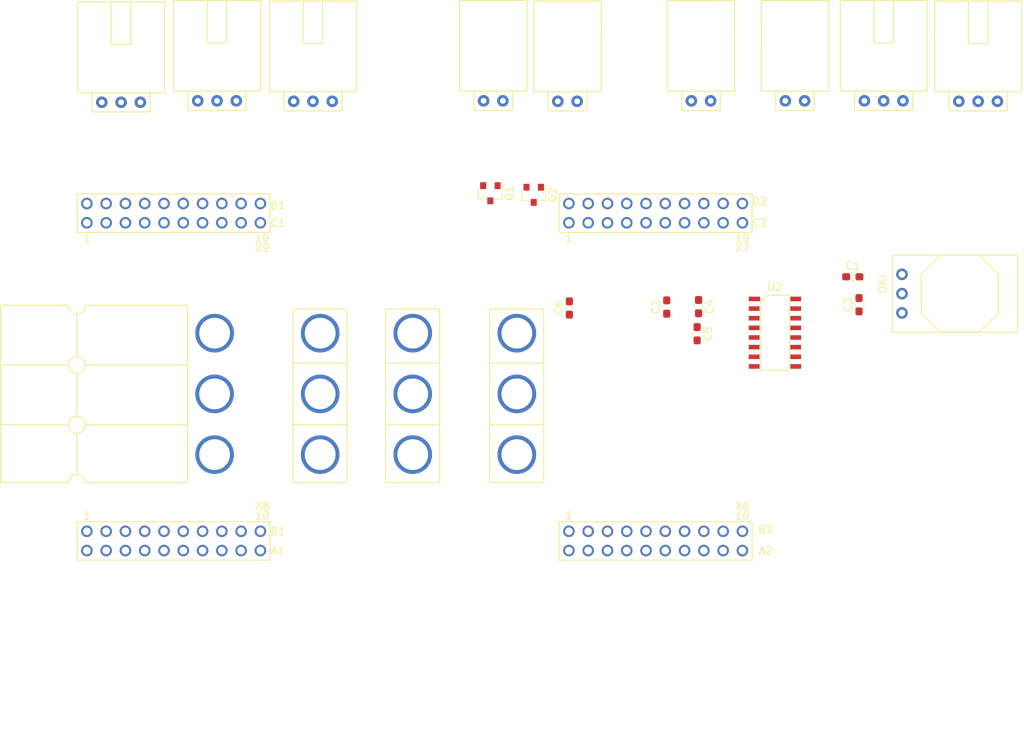
<source format=kicad_pcb>
(kicad_pcb (version 20171130) (host pcbnew "(5.0.0)")

  (general
    (thickness 1.6)
    (drawings 0)
    (tracks 0)
    (zones 0)
    (modules 24)
    (nets 55)
  )

  (page A4)
  (layers
    (0 F.Cu signal)
    (31 B.Cu signal)
    (32 B.Adhes user)
    (33 F.Adhes user)
    (34 B.Paste user)
    (35 F.Paste user)
    (36 B.SilkS user)
    (37 F.SilkS user)
    (38 B.Mask user)
    (39 F.Mask user)
    (40 Dwgs.User user)
    (41 Cmts.User user)
    (42 Eco1.User user)
    (43 Eco2.User user)
    (44 Edge.Cuts user)
    (45 Margin user)
    (46 B.CrtYd user)
    (47 F.CrtYd user)
    (48 B.Fab user)
    (49 F.Fab user)
  )

  (setup
    (last_trace_width 0.25)
    (trace_clearance 0.2)
    (zone_clearance 0.508)
    (zone_45_only no)
    (trace_min 0.2)
    (segment_width 0.2)
    (edge_width 0.1)
    (via_size 0.8)
    (via_drill 0.4)
    (via_min_size 0.4)
    (via_min_drill 0.3)
    (uvia_size 0.3)
    (uvia_drill 0.1)
    (uvias_allowed no)
    (uvia_min_size 0.2)
    (uvia_min_drill 0.1)
    (pcb_text_width 0.3)
    (pcb_text_size 1.5 1.5)
    (mod_edge_width 0.15)
    (mod_text_size 1 1)
    (mod_text_width 0.15)
    (pad_size 1.5 1.5)
    (pad_drill 0.6)
    (pad_to_mask_clearance 0)
    (aux_axis_origin 0 0)
    (visible_elements 7FFFF7FF)
    (pcbplotparams
      (layerselection 0x010fc_ffffffff)
      (usegerberextensions false)
      (usegerberattributes false)
      (usegerberadvancedattributes false)
      (creategerberjobfile false)
      (excludeedgelayer true)
      (linewidth 0.100000)
      (plotframeref false)
      (viasonmask false)
      (mode 1)
      (useauxorigin false)
      (hpglpennumber 1)
      (hpglpenspeed 20)
      (hpglpendiameter 15.000000)
      (psnegative false)
      (psa4output false)
      (plotreference true)
      (plotvalue true)
      (plotinvisibletext false)
      (padsonsilk false)
      (subtractmaskfromsilk false)
      (outputformat 1)
      (mirror false)
      (drillshape 1)
      (scaleselection 1)
      (outputdirectory ""))
  )

  (net 0 "")
  (net 1 GND)
  (net 2 "Net-(C1-Pad1)")
  (net 3 "Net-(C2-Pad1)")
  (net 4 /+12V_log)
  (net 5 "Net-(C4-Pad2)")
  (net 6 "Net-(C4-Pad1)")
  (net 7 "Net-(C5-Pad1)")
  (net 8 "Net-(C5-Pad2)")
  (net 9 +5V)
  (net 10 +12V_Act)
  (net 11 TX_1_SL)
  (net 12 RX_1_SL)
  (net 13 RX_2_SL)
  (net 14 TX_2_SL)
  (net 15 "Net-(Conn4-Pad1)")
  (net 16 "Net-(Conn6-Pad1)")
  (net 17 Servo1_PWM)
  (net 18 Servo2_PWM)
  (net 19 Servo3_PWM)
  (net 20 Laser_control)
  (net 21 Solenoid_Control)
  (net 22 "Net-(U1-Pad+3V3)")
  (net 23 "Net-(U1-PadPM6)")
  (net 24 "Net-(U1-PadPQ1)")
  (net 25 "Net-(U1-PadPQ2)")
  (net 26 RX_2_IC)
  (net 27 "Net-(U1-PadPQ3)")
  (net 28 "Net-(U1-PadPP3)")
  (net 29 "Net-(U1-PadPA4)")
  (net 30 "Net-(U1-PadRese)")
  (net 31 "Net-(U1-PadPA7)")
  (net 32 "Net-(U1-PadPN5)")
  (net 33 "Net-(U1-PadPK2)")
  (net 34 TX_2_IC)
  (net 35 "Net-(U1-PadPB4)")
  (net 36 "Net-(U1-PadPB5)")
  (net 37 "Net-(U1-PadPK3)")
  (net 38 "Net-(U1-PadPA5)")
  (net 39 RX_1_IC)
  (net 40 TX_1_IC)
  (net 41 Solenoial_Control)
  (net 42 "Net-(U1-PadPN4)")
  (net 43 "Net-(U1-PadPG1)")
  (net 44 "Net-(U1-PadPK4)")
  (net 45 "Net-(U1-PadPK5)")
  (net 46 "Net-(U1-PadPH0)")
  (net 47 "Net-(U1-PadPH1)")
  (net 48 "Net-(U1-PadPK6)")
  (net 49 "Net-(U1-PadPK7)")
  (net 50 "Net-(U1-PadPM7)")
  (net 51 "Net-(U1-PadPP5)")
  (net 52 "Net-(U1-PadPD2)")
  (net 53 "Net-(U1-PadPD4)")
  (net 54 "Net-(U1-PadPD5)")

  (net_class Default "This is the default net class."
    (clearance 0.2)
    (trace_width 0.25)
    (via_dia 0.8)
    (via_drill 0.4)
    (uvia_dia 0.3)
    (uvia_drill 0.1)
    (add_net +12V_Act)
    (add_net +5V)
    (add_net /+12V_log)
    (add_net GND)
    (add_net Laser_control)
    (add_net "Net-(C1-Pad1)")
    (add_net "Net-(C2-Pad1)")
    (add_net "Net-(C4-Pad1)")
    (add_net "Net-(C4-Pad2)")
    (add_net "Net-(C5-Pad1)")
    (add_net "Net-(C5-Pad2)")
    (add_net "Net-(Conn4-Pad1)")
    (add_net "Net-(Conn6-Pad1)")
    (add_net "Net-(U1-Pad+3V3)")
    (add_net "Net-(U1-PadPA4)")
    (add_net "Net-(U1-PadPA5)")
    (add_net "Net-(U1-PadPA7)")
    (add_net "Net-(U1-PadPB4)")
    (add_net "Net-(U1-PadPB5)")
    (add_net "Net-(U1-PadPD2)")
    (add_net "Net-(U1-PadPD4)")
    (add_net "Net-(U1-PadPD5)")
    (add_net "Net-(U1-PadPG1)")
    (add_net "Net-(U1-PadPH0)")
    (add_net "Net-(U1-PadPH1)")
    (add_net "Net-(U1-PadPK2)")
    (add_net "Net-(U1-PadPK3)")
    (add_net "Net-(U1-PadPK4)")
    (add_net "Net-(U1-PadPK5)")
    (add_net "Net-(U1-PadPK6)")
    (add_net "Net-(U1-PadPK7)")
    (add_net "Net-(U1-PadPM6)")
    (add_net "Net-(U1-PadPM7)")
    (add_net "Net-(U1-PadPN4)")
    (add_net "Net-(U1-PadPN5)")
    (add_net "Net-(U1-PadPP3)")
    (add_net "Net-(U1-PadPP5)")
    (add_net "Net-(U1-PadPQ1)")
    (add_net "Net-(U1-PadPQ2)")
    (add_net "Net-(U1-PadPQ3)")
    (add_net "Net-(U1-PadRese)")
    (add_net RX_1_IC)
    (add_net RX_1_SL)
    (add_net RX_2_IC)
    (add_net RX_2_SL)
    (add_net Servo1_PWM)
    (add_net Servo2_PWM)
    (add_net Servo3_PWM)
    (add_net Solenoial_Control)
    (add_net Solenoid_Control)
    (add_net TX_1_IC)
    (add_net TX_1_SL)
    (add_net TX_2_IC)
    (add_net TX_2_SL)
  )

  (module MRDT_Connectors:Anderson_3_Horisontal_Side_by_Side (layer F.Cu) (tedit 5AAD6D62) (tstamp 5BEECC56)
    (at 134.4041 114.172)
    (path /5BC6DD30)
    (fp_text reference Conn1 (at -1.8796 -6.858) (layer F.SilkS) hide
      (effects (font (size 1 1) (thickness 0.15)))
    )
    (fp_text value AndersonPP (at -12.8651 -24.384) (layer F.Fab)
      (effects (font (size 1 1) (thickness 0.15)))
    )
    (fp_line (start -14.5796 -6.4516) (end -14.5796 -1.0668) (layer F.SilkS) (width 0.15))
    (fp_arc (start -14.5796 0) (end -14.5796 -1.0668) (angle 90) (layer F.SilkS) (width 0.15))
    (fp_arc (start -14.5796 0) (end -15.6464 0) (angle 90) (layer F.SilkS) (width 0.15))
    (fp_line (start -13.462 0) (end -12.2428 0) (layer F.SilkS) (width 0.15))
    (fp_line (start -15.6972 0) (end -16.8656 0) (layer F.SilkS) (width 0.15))
    (fp_circle (center -14.5796 -7.62) (end -13.462 -7.62) (layer F.SilkS) (width 0.15))
    (fp_line (start -16.8656 0) (end -24.6126 0) (layer F.SilkS) (width 0.15))
    (fp_line (start -12.2936 0) (end 0 0) (layer F.SilkS) (width 0.15))
    (fp_line (start -15.7226 -23.368) (end -16.9418 -23.368) (layer F.SilkS) (width 0.15))
    (fp_arc (start -14.5796 -23.368) (end -13.4366 -23.368) (angle 90) (layer F.SilkS) (width 0.15))
    (fp_arc (start -14.5796 -23.368) (end -14.5796 -22.225) (angle 90) (layer F.SilkS) (width 0.15))
    (fp_line (start -12.2682 -7.62) (end -13.462 -7.62) (layer F.SilkS) (width 0.15))
    (fp_line (start -14.5796 -9.9314) (end -14.5796 -8.763) (layer F.SilkS) (width 0.15))
    (fp_line (start -16.891 -7.62) (end -15.7226 -7.62) (layer F.SilkS) (width 0.15))
    (fp_line (start -12.319 -23.368) (end -13.4112 -23.368) (layer F.SilkS) (width 0.15))
    (fp_line (start -14.5796 -22.225) (end -14.5796 -21.0566) (layer F.SilkS) (width 0.15))
    (fp_line (start -14.5796 -13.208) (end -14.5796 -14.351) (layer F.SilkS) (width 0.15))
    (fp_line (start -24.6126 -15.5194) (end -15.7226 -15.5194) (layer F.SilkS) (width 0.15))
    (fp_line (start -14.5796 -17.78) (end -14.5796 -16.637) (layer F.SilkS) (width 0.15))
    (fp_line (start -12.2936 -15.494) (end -13.4366 -15.494) (layer F.SilkS) (width 0.15))
    (fp_line (start -14.5796 -13.208) (end -14.5796 -9.906) (layer F.SilkS) (width 0.15))
    (fp_line (start -12.2936 -15.494) (end 0.0254 -15.494) (layer F.SilkS) (width 0.15))
    (fp_line (start -14.5796 -17.78) (end -14.5796 -21.0566) (layer F.SilkS) (width 0.15))
    (fp_circle (center -14.5796 -15.494) (end -14.5796 -14.351) (layer F.SilkS) (width 0.15))
    (fp_line (start -12.2936 -7.62) (end 0.0254 -7.62) (layer F.SilkS) (width 0.15))
    (fp_line (start -16.8656 -7.62) (end -24.6126 -7.62) (layer F.SilkS) (width 0.15))
    (fp_line (start -24.6126 -23.368) (end -16.8656 -23.368) (layer F.SilkS) (width 0.15))
    (fp_line (start -12.2936 -23.368) (end 0.0254 -23.368) (layer F.SilkS) (width 0.15))
    (fp_line (start -24.6166 0.002) (end -24.6166 -23.37) (layer F.SilkS) (width 0.15))
    (fp_line (start 0.0214 0.002) (end 0.0214 -23.37) (layer F.SilkS) (width 0.15))
    (pad 3 thru_hole circle (at 3.5814 -3.684) (size 5.08 5.08) (drill 4.06) (layers *.Cu *.Mask F.Paste)
      (net 10 +12V_Act))
    (pad 2 thru_hole circle (at 3.5814 -11.683) (size 5.08 5.08) (drill 4.06) (layers *.Cu *.Mask F.Paste)
      (net 4 /+12V_log))
    (pad 1 thru_hole circle (at 3.5814 -19.684) (size 5.08 5.08) (drill 4.06) (layers *.Cu *.Mask F.Paste)
      (net 1 GND))
  )

  (module MRDT_Connectors:MOLEX_SL_03_Horizontal (layer F.Cu) (tedit 5B784736) (tstamp 5BEECC82)
    (at 226.1235 63.881)
    (path /5BC6E491)
    (fp_text reference Conn3 (at -1.27 2.54) (layer F.SilkS) hide
      (effects (font (size 1 1) (thickness 0.15)))
    )
    (fp_text value "MoCo 2" (at 0.635 2.032) (layer F.Fab)
      (effects (font (size 1 1) (thickness 0.15)))
    )
    (fp_line (start -3.81 1.27) (end -3.81 -1.27) (layer F.SilkS) (width 0.15))
    (fp_line (start 3.81 -1.27) (end 3.81 1.27) (layer F.SilkS) (width 0.15))
    (fp_line (start -1.27 -8.89) (end -1.27 -12.7) (layer F.SilkS) (width 0.15))
    (fp_line (start -1.27 -8.89) (end -1.27 -7.62) (layer F.SilkS) (width 0.15))
    (fp_line (start -3.81 -1.27) (end -5.715 -1.27) (layer F.SilkS) (width 0.15))
    (fp_line (start -5.715 -1.27) (end -5.715 -13.208) (layer F.SilkS) (width 0.15))
    (fp_line (start -1.27 -13.208) (end -1.27 -12.7) (layer F.SilkS) (width 0.15))
    (fp_line (start 5.715 -1.27) (end 5.715 -13.208) (layer F.SilkS) (width 0.15))
    (fp_line (start 1.27 -13.208) (end 1.27 -7.62) (layer F.SilkS) (width 0.15))
    (fp_line (start 3.81 1.27) (end -3.81 1.27) (layer F.SilkS) (width 0.15))
    (fp_line (start 5.715 -1.27) (end -3.81 -1.27) (layer F.SilkS) (width 0.15))
    (fp_line (start 5.715 -13.208) (end -5.715 -13.208) (layer F.SilkS) (width 0.15))
    (fp_line (start 1.27 -7.62) (end -1.27 -7.62) (layer F.SilkS) (width 0.15))
    (pad "" np_thru_hole circle (at 3.81 -8.636) (size 3.45 3.45) (drill 3.45) (layers *.Cu *.Mask))
    (pad "" np_thru_hole circle (at -3.81 -8.636) (size 3.45 3.45) (drill 3.45) (layers *.Cu *.Mask))
    (pad 3 thru_hole circle (at 2.54 0) (size 1.524 1.524) (drill 0.762) (layers *.Cu *.Mask)
      (net 13 RX_2_SL))
    (pad 2 thru_hole circle (at 0 0) (size 1.524 1.524) (drill 0.762) (layers *.Cu *.Mask)
      (net 14 TX_2_SL))
    (pad 1 thru_hole circle (at -2.54 0) (size 1.524 1.524) (drill 0.762) (layers *.Cu *.Mask)
      (net 1 GND))
  )

  (module MRDT_Connectors:MOLEX_SL_02_Horizontal (layer F.Cu) (tedit 5AB8003E) (tstamp 5BEECCA0)
    (at 184.4695 63.9445)
    (path /5BCADFB6)
    (fp_text reference Conn5 (at 0 2.54) (layer F.SilkS) hide
      (effects (font (size 1 1) (thickness 0.15)))
    )
    (fp_text value "Laser 2" (at 0.1905 -3.683) (layer F.Fab)
      (effects (font (size 1 1) (thickness 0.15)))
    )
    (fp_line (start -4.445 -1.27) (end 4.445 -1.27) (layer F.SilkS) (width 0.15))
    (fp_line (start 4.445 -1.27) (end 4.445 -13.208) (layer F.SilkS) (width 0.15))
    (fp_line (start 2.54 1.27) (end -2.54 1.27) (layer F.SilkS) (width 0.15))
    (fp_line (start -4.445 -13.208) (end 4.445 -13.208) (layer F.SilkS) (width 0.15))
    (fp_line (start -4.445 -1.27) (end -4.445 -13.208) (layer F.SilkS) (width 0.15))
    (fp_line (start 2.54 -1.27) (end 2.54 1.27) (layer F.SilkS) (width 0.15))
    (fp_line (start -2.54 1.27) (end -2.54 -1.27) (layer F.SilkS) (width 0.15))
    (pad "" np_thru_hole circle (at -2.415 -8.64) (size 3.45 3.45) (drill 3.45) (layers *.Cu *.Mask))
    (pad 1 thru_hole circle (at -1.27 0) (size 1.524 1.524) (drill 0.762) (layers *.Cu *.Mask)
      (net 15 "Net-(Conn4-Pad1)"))
    (pad 2 thru_hole circle (at 1.27 0) (size 1.524 1.524) (drill 0.762) (layers *.Cu *.Mask)
      (net 1 GND))
    (pad "" np_thru_hole circle (at 2.413 -8.636) (size 3.45 3.45) (drill 3.45) (layers *.Cu *.Mask))
  )

  (module MRDT_Connectors:MOLEX_SL_03_Horizontal (layer F.Cu) (tedit 5B784736) (tstamp 5BEECCF1)
    (at 125.6665 64.0715)
    (path /5BCAC820)
    (fp_text reference Conn9 (at -1.27 2.54) (layer F.SilkS) hide
      (effects (font (size 1 1) (thickness 0.15)))
    )
    (fp_text value "Servo 3" (at -0.127 -3.8735) (layer F.Fab)
      (effects (font (size 1 1) (thickness 0.15)))
    )
    (fp_line (start 1.27 -7.62) (end -1.27 -7.62) (layer F.SilkS) (width 0.15))
    (fp_line (start 5.715 -13.208) (end -5.715 -13.208) (layer F.SilkS) (width 0.15))
    (fp_line (start 5.715 -1.27) (end -3.81 -1.27) (layer F.SilkS) (width 0.15))
    (fp_line (start 3.81 1.27) (end -3.81 1.27) (layer F.SilkS) (width 0.15))
    (fp_line (start 1.27 -13.208) (end 1.27 -7.62) (layer F.SilkS) (width 0.15))
    (fp_line (start 5.715 -1.27) (end 5.715 -13.208) (layer F.SilkS) (width 0.15))
    (fp_line (start -1.27 -13.208) (end -1.27 -12.7) (layer F.SilkS) (width 0.15))
    (fp_line (start -5.715 -1.27) (end -5.715 -13.208) (layer F.SilkS) (width 0.15))
    (fp_line (start -3.81 -1.27) (end -5.715 -1.27) (layer F.SilkS) (width 0.15))
    (fp_line (start -1.27 -8.89) (end -1.27 -7.62) (layer F.SilkS) (width 0.15))
    (fp_line (start -1.27 -8.89) (end -1.27 -12.7) (layer F.SilkS) (width 0.15))
    (fp_line (start 3.81 -1.27) (end 3.81 1.27) (layer F.SilkS) (width 0.15))
    (fp_line (start -3.81 1.27) (end -3.81 -1.27) (layer F.SilkS) (width 0.15))
    (pad 1 thru_hole circle (at -2.54 0) (size 1.524 1.524) (drill 0.762) (layers *.Cu *.Mask)
      (net 1 GND))
    (pad 2 thru_hole circle (at 0 0) (size 1.524 1.524) (drill 0.762) (layers *.Cu *.Mask)
      (net 9 +5V))
    (pad 3 thru_hole circle (at 2.54 0) (size 1.524 1.524) (drill 0.762) (layers *.Cu *.Mask)
      (net 19 Servo3_PWM))
    (pad "" np_thru_hole circle (at -3.81 -8.636) (size 3.45 3.45) (drill 3.45) (layers *.Cu *.Mask))
    (pad "" np_thru_hole circle (at 3.81 -8.636) (size 3.45 3.45) (drill 3.45) (layers *.Cu *.Mask))
  )

  (module Capacitor_SMD:C_0603_1608Metric_Pad1.05x0.95mm_HandSolder (layer F.Cu) (tedit 5B301BBE) (tstamp 5BE27B92)
    (at 222.0595 87.0585)
    (descr "Capacitor SMD 0603 (1608 Metric), square (rectangular) end terminal, IPC_7351 nominal with elongated pad for handsoldering. (Body size source: http://www.tortai-tech.com/upload/download/2011102023233369053.pdf), generated with kicad-footprint-generator")
    (tags "capacitor handsolder")
    (path /5B9D8BE9)
    (attr smd)
    (fp_text reference C1 (at 0 -1.43) (layer F.SilkS)
      (effects (font (size 1 1) (thickness 0.15)))
    )
    (fp_text value .1uF (at 0 1.43) (layer F.Fab)
      (effects (font (size 1 1) (thickness 0.15)))
    )
    (fp_text user %R (at 0 0) (layer F.Fab)
      (effects (font (size 0.4 0.4) (thickness 0.06)))
    )
    (fp_line (start 1.65 0.73) (end -1.65 0.73) (layer F.CrtYd) (width 0.05))
    (fp_line (start 1.65 -0.73) (end 1.65 0.73) (layer F.CrtYd) (width 0.05))
    (fp_line (start -1.65 -0.73) (end 1.65 -0.73) (layer F.CrtYd) (width 0.05))
    (fp_line (start -1.65 0.73) (end -1.65 -0.73) (layer F.CrtYd) (width 0.05))
    (fp_line (start -0.171267 0.51) (end 0.171267 0.51) (layer F.SilkS) (width 0.12))
    (fp_line (start -0.171267 -0.51) (end 0.171267 -0.51) (layer F.SilkS) (width 0.12))
    (fp_line (start 0.8 0.4) (end -0.8 0.4) (layer F.Fab) (width 0.1))
    (fp_line (start 0.8 -0.4) (end 0.8 0.4) (layer F.Fab) (width 0.1))
    (fp_line (start -0.8 -0.4) (end 0.8 -0.4) (layer F.Fab) (width 0.1))
    (fp_line (start -0.8 0.4) (end -0.8 -0.4) (layer F.Fab) (width 0.1))
    (pad 2 smd roundrect (at 0.875 0) (size 1.05 0.95) (layers F.Cu F.Paste F.Mask) (roundrect_rratio 0.25)
      (net 1 GND))
    (pad 1 smd roundrect (at -0.875 0) (size 1.05 0.95) (layers F.Cu F.Paste F.Mask) (roundrect_rratio 0.25)
      (net 2 "Net-(C1-Pad1)"))
    (model ${KISYS3DMOD}/Capacitor_SMD.3dshapes/C_0603_1608Metric.wrl
      (at (xyz 0 0 0))
      (scale (xyz 1 1 1))
      (rotate (xyz 0 0 0))
    )
  )

  (module Capacitor_SMD:C_0603_1608Metric_Pad1.05x0.95mm_HandSolder (layer F.Cu) (tedit 5B301BBE) (tstamp 5BE27BA3)
    (at 197.5485 91.045 90)
    (descr "Capacitor SMD 0603 (1608 Metric), square (rectangular) end terminal, IPC_7351 nominal with elongated pad for handsoldering. (Body size source: http://www.tortai-tech.com/upload/download/2011102023233369053.pdf), generated with kicad-footprint-generator")
    (tags "capacitor handsolder")
    (path /5B9D8C37)
    (attr smd)
    (fp_text reference C2 (at 0 -1.43 90) (layer F.SilkS)
      (effects (font (size 1 1) (thickness 0.15)))
    )
    (fp_text value .1uF (at 0 1.43 90) (layer F.Fab)
      (effects (font (size 1 1) (thickness 0.15)))
    )
    (fp_line (start -0.8 0.4) (end -0.8 -0.4) (layer F.Fab) (width 0.1))
    (fp_line (start -0.8 -0.4) (end 0.8 -0.4) (layer F.Fab) (width 0.1))
    (fp_line (start 0.8 -0.4) (end 0.8 0.4) (layer F.Fab) (width 0.1))
    (fp_line (start 0.8 0.4) (end -0.8 0.4) (layer F.Fab) (width 0.1))
    (fp_line (start -0.171267 -0.51) (end 0.171267 -0.51) (layer F.SilkS) (width 0.12))
    (fp_line (start -0.171267 0.51) (end 0.171267 0.51) (layer F.SilkS) (width 0.12))
    (fp_line (start -1.65 0.73) (end -1.65 -0.73) (layer F.CrtYd) (width 0.05))
    (fp_line (start -1.65 -0.73) (end 1.65 -0.73) (layer F.CrtYd) (width 0.05))
    (fp_line (start 1.65 -0.73) (end 1.65 0.73) (layer F.CrtYd) (width 0.05))
    (fp_line (start 1.65 0.73) (end -1.65 0.73) (layer F.CrtYd) (width 0.05))
    (fp_text user %R (at 0 0 90) (layer F.Fab)
      (effects (font (size 0.4 0.4) (thickness 0.06)))
    )
    (pad 1 smd roundrect (at -0.875 0 90) (size 1.05 0.95) (layers F.Cu F.Paste F.Mask) (roundrect_rratio 0.25)
      (net 3 "Net-(C2-Pad1)"))
    (pad 2 smd roundrect (at 0.875 0 90) (size 1.05 0.95) (layers F.Cu F.Paste F.Mask) (roundrect_rratio 0.25)
      (net 1 GND))
    (model ${KISYS3DMOD}/Capacitor_SMD.3dshapes/C_0603_1608Metric.wrl
      (at (xyz 0 0 0))
      (scale (xyz 1 1 1))
      (rotate (xyz 0 0 0))
    )
  )

  (module Capacitor_SMD:C_0603_1608Metric_Pad1.05x0.95mm_HandSolder (layer F.Cu) (tedit 5B301BBE) (tstamp 5BE27BB4)
    (at 222.885 90.7415 90)
    (descr "Capacitor SMD 0603 (1608 Metric), square (rectangular) end terminal, IPC_7351 nominal with elongated pad for handsoldering. (Body size source: http://www.tortai-tech.com/upload/download/2011102023233369053.pdf), generated with kicad-footprint-generator")
    (tags "capacitor handsolder")
    (path /5B9D808D)
    (attr smd)
    (fp_text reference C3 (at 0 -1.43 90) (layer F.SilkS)
      (effects (font (size 1 1) (thickness 0.15)))
    )
    (fp_text value 10uF (at 0 1.43 90) (layer F.Fab)
      (effects (font (size 1 1) (thickness 0.15)))
    )
    (fp_text user %R (at 0 0 90) (layer F.Fab)
      (effects (font (size 0.4 0.4) (thickness 0.06)))
    )
    (fp_line (start 1.65 0.73) (end -1.65 0.73) (layer F.CrtYd) (width 0.05))
    (fp_line (start 1.65 -0.73) (end 1.65 0.73) (layer F.CrtYd) (width 0.05))
    (fp_line (start -1.65 -0.73) (end 1.65 -0.73) (layer F.CrtYd) (width 0.05))
    (fp_line (start -1.65 0.73) (end -1.65 -0.73) (layer F.CrtYd) (width 0.05))
    (fp_line (start -0.171267 0.51) (end 0.171267 0.51) (layer F.SilkS) (width 0.12))
    (fp_line (start -0.171267 -0.51) (end 0.171267 -0.51) (layer F.SilkS) (width 0.12))
    (fp_line (start 0.8 0.4) (end -0.8 0.4) (layer F.Fab) (width 0.1))
    (fp_line (start 0.8 -0.4) (end 0.8 0.4) (layer F.Fab) (width 0.1))
    (fp_line (start -0.8 -0.4) (end 0.8 -0.4) (layer F.Fab) (width 0.1))
    (fp_line (start -0.8 0.4) (end -0.8 -0.4) (layer F.Fab) (width 0.1))
    (pad 2 smd roundrect (at 0.875 0 90) (size 1.05 0.95) (layers F.Cu F.Paste F.Mask) (roundrect_rratio 0.25)
      (net 1 GND))
    (pad 1 smd roundrect (at -0.875 0 90) (size 1.05 0.95) (layers F.Cu F.Paste F.Mask) (roundrect_rratio 0.25)
      (net 4 /+12V_log))
    (model ${KISYS3DMOD}/Capacitor_SMD.3dshapes/C_0603_1608Metric.wrl
      (at (xyz 0 0 0))
      (scale (xyz 1 1 1))
      (rotate (xyz 0 0 0))
    )
  )

  (module Capacitor_SMD:C_0603_1608Metric_Pad1.05x0.95mm_HandSolder (layer F.Cu) (tedit 5B301BBE) (tstamp 5C1AF216)
    (at 201.7395 90.9955 270)
    (descr "Capacitor SMD 0603 (1608 Metric), square (rectangular) end terminal, IPC_7351 nominal with elongated pad for handsoldering. (Body size source: http://www.tortai-tech.com/upload/download/2011102023233369053.pdf), generated with kicad-footprint-generator")
    (tags "capacitor handsolder")
    (path /5B9D8B05)
    (attr smd)
    (fp_text reference C4 (at 0 -1.43 270) (layer F.SilkS)
      (effects (font (size 1 1) (thickness 0.15)))
    )
    (fp_text value .1uF (at 0 1.43 270) (layer F.Fab)
      (effects (font (size 1 1) (thickness 0.15)))
    )
    (fp_text user %R (at 0 0 270) (layer F.Fab)
      (effects (font (size 0.4 0.4) (thickness 0.06)))
    )
    (fp_line (start 1.65 0.73) (end -1.65 0.73) (layer F.CrtYd) (width 0.05))
    (fp_line (start 1.65 -0.73) (end 1.65 0.73) (layer F.CrtYd) (width 0.05))
    (fp_line (start -1.65 -0.73) (end 1.65 -0.73) (layer F.CrtYd) (width 0.05))
    (fp_line (start -1.65 0.73) (end -1.65 -0.73) (layer F.CrtYd) (width 0.05))
    (fp_line (start -0.171267 0.51) (end 0.171267 0.51) (layer F.SilkS) (width 0.12))
    (fp_line (start -0.171267 -0.51) (end 0.171267 -0.51) (layer F.SilkS) (width 0.12))
    (fp_line (start 0.8 0.4) (end -0.8 0.4) (layer F.Fab) (width 0.1))
    (fp_line (start 0.8 -0.4) (end 0.8 0.4) (layer F.Fab) (width 0.1))
    (fp_line (start -0.8 -0.4) (end 0.8 -0.4) (layer F.Fab) (width 0.1))
    (fp_line (start -0.8 0.4) (end -0.8 -0.4) (layer F.Fab) (width 0.1))
    (pad 2 smd roundrect (at 0.875 0 270) (size 1.05 0.95) (layers F.Cu F.Paste F.Mask) (roundrect_rratio 0.25)
      (net 5 "Net-(C4-Pad2)"))
    (pad 1 smd roundrect (at -0.875 0 270) (size 1.05 0.95) (layers F.Cu F.Paste F.Mask) (roundrect_rratio 0.25)
      (net 6 "Net-(C4-Pad1)"))
    (model ${KISYS3DMOD}/Capacitor_SMD.3dshapes/C_0603_1608Metric.wrl
      (at (xyz 0 0 0))
      (scale (xyz 1 1 1))
      (rotate (xyz 0 0 0))
    )
  )

  (module Capacitor_SMD:C_0603_1608Metric_Pad1.05x0.95mm_HandSolder (layer F.Cu) (tedit 5B301BBE) (tstamp 5BE27BD6)
    (at 201.549 94.5655 270)
    (descr "Capacitor SMD 0603 (1608 Metric), square (rectangular) end terminal, IPC_7351 nominal with elongated pad for handsoldering. (Body size source: http://www.tortai-tech.com/upload/download/2011102023233369053.pdf), generated with kicad-footprint-generator")
    (tags "capacitor handsolder")
    (path /5B9D8BA6)
    (attr smd)
    (fp_text reference C5 (at 0 -1.43 270) (layer F.SilkS)
      (effects (font (size 1 1) (thickness 0.15)))
    )
    (fp_text value .1uF (at 0 1.43 270) (layer F.Fab)
      (effects (font (size 1 1) (thickness 0.15)))
    )
    (fp_line (start -0.8 0.4) (end -0.8 -0.4) (layer F.Fab) (width 0.1))
    (fp_line (start -0.8 -0.4) (end 0.8 -0.4) (layer F.Fab) (width 0.1))
    (fp_line (start 0.8 -0.4) (end 0.8 0.4) (layer F.Fab) (width 0.1))
    (fp_line (start 0.8 0.4) (end -0.8 0.4) (layer F.Fab) (width 0.1))
    (fp_line (start -0.171267 -0.51) (end 0.171267 -0.51) (layer F.SilkS) (width 0.12))
    (fp_line (start -0.171267 0.51) (end 0.171267 0.51) (layer F.SilkS) (width 0.12))
    (fp_line (start -1.65 0.73) (end -1.65 -0.73) (layer F.CrtYd) (width 0.05))
    (fp_line (start -1.65 -0.73) (end 1.65 -0.73) (layer F.CrtYd) (width 0.05))
    (fp_line (start 1.65 -0.73) (end 1.65 0.73) (layer F.CrtYd) (width 0.05))
    (fp_line (start 1.65 0.73) (end -1.65 0.73) (layer F.CrtYd) (width 0.05))
    (fp_text user %R (at 0 0 270) (layer F.Fab)
      (effects (font (size 0.4 0.4) (thickness 0.06)))
    )
    (pad 1 smd roundrect (at -0.875 0 270) (size 1.05 0.95) (layers F.Cu F.Paste F.Mask) (roundrect_rratio 0.25)
      (net 7 "Net-(C5-Pad1)"))
    (pad 2 smd roundrect (at 0.875 0 270) (size 1.05 0.95) (layers F.Cu F.Paste F.Mask) (roundrect_rratio 0.25)
      (net 8 "Net-(C5-Pad2)"))
    (model ${KISYS3DMOD}/Capacitor_SMD.3dshapes/C_0603_1608Metric.wrl
      (at (xyz 0 0 0))
      (scale (xyz 1 1 1))
      (rotate (xyz 0 0 0))
    )
  )

  (module Capacitor_SMD:C_0603_1608Metric_Pad1.05x0.95mm_HandSolder (layer F.Cu) (tedit 5B301BBE) (tstamp 5BE27BE7)
    (at 184.7215 91.172 90)
    (descr "Capacitor SMD 0603 (1608 Metric), square (rectangular) end terminal, IPC_7351 nominal with elongated pad for handsoldering. (Body size source: http://www.tortai-tech.com/upload/download/2011102023233369053.pdf), generated with kicad-footprint-generator")
    (tags "capacitor handsolder")
    (path /5B9D80F2)
    (attr smd)
    (fp_text reference C6 (at 0 -1.43 90) (layer F.SilkS)
      (effects (font (size 1 1) (thickness 0.15)))
    )
    (fp_text value 10uF (at 0 1.43 90) (layer F.Fab)
      (effects (font (size 1 1) (thickness 0.15)))
    )
    (fp_line (start -0.8 0.4) (end -0.8 -0.4) (layer F.Fab) (width 0.1))
    (fp_line (start -0.8 -0.4) (end 0.8 -0.4) (layer F.Fab) (width 0.1))
    (fp_line (start 0.8 -0.4) (end 0.8 0.4) (layer F.Fab) (width 0.1))
    (fp_line (start 0.8 0.4) (end -0.8 0.4) (layer F.Fab) (width 0.1))
    (fp_line (start -0.171267 -0.51) (end 0.171267 -0.51) (layer F.SilkS) (width 0.12))
    (fp_line (start -0.171267 0.51) (end 0.171267 0.51) (layer F.SilkS) (width 0.12))
    (fp_line (start -1.65 0.73) (end -1.65 -0.73) (layer F.CrtYd) (width 0.05))
    (fp_line (start -1.65 -0.73) (end 1.65 -0.73) (layer F.CrtYd) (width 0.05))
    (fp_line (start 1.65 -0.73) (end 1.65 0.73) (layer F.CrtYd) (width 0.05))
    (fp_line (start 1.65 0.73) (end -1.65 0.73) (layer F.CrtYd) (width 0.05))
    (fp_text user %R (at 0 0 90) (layer F.Fab)
      (effects (font (size 0.4 0.4) (thickness 0.06)))
    )
    (pad 1 smd roundrect (at -0.875 0 90) (size 1.05 0.95) (layers F.Cu F.Paste F.Mask) (roundrect_rratio 0.25)
      (net 9 +5V))
    (pad 2 smd roundrect (at 0.875 0 90) (size 1.05 0.95) (layers F.Cu F.Paste F.Mask) (roundrect_rratio 0.25)
      (net 1 GND))
    (model ${KISYS3DMOD}/Capacitor_SMD.3dshapes/C_0603_1608Metric.wrl
      (at (xyz 0 0 0))
      (scale (xyz 1 1 1))
      (rotate (xyz 0 0 0))
    )
  )

  (module MRDT_Connectors:MOLEX_SL_03_Horizontal (layer F.Cu) (tedit 5B784736) (tstamp 5BE27BFD)
    (at 238.5695 63.9445)
    (path /5BC6E438)
    (fp_text reference Conn2 (at -1.27 2.54) (layer F.SilkS) hide
      (effects (font (size 1 1) (thickness 0.15)))
    )
    (fp_text value "MoCo 1" (at 0.635 -3.6195) (layer F.Fab)
      (effects (font (size 1 1) (thickness 0.15)))
    )
    (fp_line (start 1.27 -7.62) (end -1.27 -7.62) (layer F.SilkS) (width 0.15))
    (fp_line (start 5.715 -13.208) (end -5.715 -13.208) (layer F.SilkS) (width 0.15))
    (fp_line (start 5.715 -1.27) (end -3.81 -1.27) (layer F.SilkS) (width 0.15))
    (fp_line (start 3.81 1.27) (end -3.81 1.27) (layer F.SilkS) (width 0.15))
    (fp_line (start 1.27 -13.208) (end 1.27 -7.62) (layer F.SilkS) (width 0.15))
    (fp_line (start 5.715 -1.27) (end 5.715 -13.208) (layer F.SilkS) (width 0.15))
    (fp_line (start -1.27 -13.208) (end -1.27 -12.7) (layer F.SilkS) (width 0.15))
    (fp_line (start -5.715 -1.27) (end -5.715 -13.208) (layer F.SilkS) (width 0.15))
    (fp_line (start -3.81 -1.27) (end -5.715 -1.27) (layer F.SilkS) (width 0.15))
    (fp_line (start -1.27 -8.89) (end -1.27 -7.62) (layer F.SilkS) (width 0.15))
    (fp_line (start -1.27 -8.89) (end -1.27 -12.7) (layer F.SilkS) (width 0.15))
    (fp_line (start 3.81 -1.27) (end 3.81 1.27) (layer F.SilkS) (width 0.15))
    (fp_line (start -3.81 1.27) (end -3.81 -1.27) (layer F.SilkS) (width 0.15))
    (pad 1 thru_hole circle (at -2.54 0) (size 1.524 1.524) (drill 0.762) (layers *.Cu *.Mask)
      (net 1 GND))
    (pad 2 thru_hole circle (at 0 0) (size 1.524 1.524) (drill 0.762) (layers *.Cu *.Mask)
      (net 11 TX_1_SL))
    (pad 3 thru_hole circle (at 2.54 0) (size 1.524 1.524) (drill 0.762) (layers *.Cu *.Mask)
      (net 12 RX_1_SL))
    (pad "" np_thru_hole circle (at -3.81 -8.636) (size 3.45 3.45) (drill 3.45) (layers *.Cu *.Mask))
    (pad "" np_thru_hole circle (at 3.81 -8.636) (size 3.45 3.45) (drill 3.45) (layers *.Cu *.Mask))
  )

  (module MRDT_Connectors:MOLEX_SL_02_Horizontal (layer F.Cu) (tedit 5AB8003E) (tstamp 5C1AE896)
    (at 174.6885 63.881)
    (path /5BCADF34)
    (fp_text reference Conn4 (at 0 2.54) (layer F.SilkS) hide
      (effects (font (size 1 1) (thickness 0.15)))
    )
    (fp_text value "Laser 1" (at -0.1905 -3.556) (layer F.Fab)
      (effects (font (size 1 1) (thickness 0.15)))
    )
    (fp_line (start -4.445 -1.27) (end 4.445 -1.27) (layer F.SilkS) (width 0.15))
    (fp_line (start 4.445 -1.27) (end 4.445 -13.208) (layer F.SilkS) (width 0.15))
    (fp_line (start 2.54 1.27) (end -2.54 1.27) (layer F.SilkS) (width 0.15))
    (fp_line (start -4.445 -13.208) (end 4.445 -13.208) (layer F.SilkS) (width 0.15))
    (fp_line (start -4.445 -1.27) (end -4.445 -13.208) (layer F.SilkS) (width 0.15))
    (fp_line (start 2.54 -1.27) (end 2.54 1.27) (layer F.SilkS) (width 0.15))
    (fp_line (start -2.54 1.27) (end -2.54 -1.27) (layer F.SilkS) (width 0.15))
    (pad "" np_thru_hole circle (at -2.415 -8.64) (size 3.45 3.45) (drill 3.45) (layers *.Cu *.Mask))
    (pad 1 thru_hole circle (at -1.27 0) (size 1.524 1.524) (drill 0.762) (layers *.Cu *.Mask)
      (net 15 "Net-(Conn4-Pad1)"))
    (pad 2 thru_hole circle (at 1.27 0) (size 1.524 1.524) (drill 0.762) (layers *.Cu *.Mask)
      (net 1 GND))
    (pad "" np_thru_hole circle (at 2.413 -8.636) (size 3.45 3.45) (drill 3.45) (layers *.Cu *.Mask))
  )

  (module MRDT_Connectors:MOLEX_SL_02_Horizontal (layer F.Cu) (tedit 5AB8003E) (tstamp 5BE27C1B)
    (at 202.059 63.885)
    (path /5BCAE57B)
    (fp_text reference Conn6 (at 0 2.54) (layer F.SilkS) hide
      (effects (font (size 1 1) (thickness 0.15)))
    )
    (fp_text value Solenoid (at -0.129 -3.7505) (layer F.Fab)
      (effects (font (size 1 1) (thickness 0.15)))
    )
    (fp_line (start -2.54 1.27) (end -2.54 -1.27) (layer F.SilkS) (width 0.15))
    (fp_line (start 2.54 -1.27) (end 2.54 1.27) (layer F.SilkS) (width 0.15))
    (fp_line (start -4.445 -1.27) (end -4.445 -13.208) (layer F.SilkS) (width 0.15))
    (fp_line (start -4.445 -13.208) (end 4.445 -13.208) (layer F.SilkS) (width 0.15))
    (fp_line (start 2.54 1.27) (end -2.54 1.27) (layer F.SilkS) (width 0.15))
    (fp_line (start 4.445 -1.27) (end 4.445 -13.208) (layer F.SilkS) (width 0.15))
    (fp_line (start -4.445 -1.27) (end 4.445 -1.27) (layer F.SilkS) (width 0.15))
    (pad "" np_thru_hole circle (at 2.413 -8.636) (size 3.45 3.45) (drill 3.45) (layers *.Cu *.Mask))
    (pad 2 thru_hole circle (at 1.27 0) (size 1.524 1.524) (drill 0.762) (layers *.Cu *.Mask)
      (net 1 GND))
    (pad 1 thru_hole circle (at -1.27 0) (size 1.524 1.524) (drill 0.762) (layers *.Cu *.Mask)
      (net 16 "Net-(Conn6-Pad1)"))
    (pad "" np_thru_hole circle (at -2.415 -8.64) (size 3.45 3.45) (drill 3.45) (layers *.Cu *.Mask))
  )

  (module MRDT_Connectors:MOLEX_SL_03_Horizontal (layer F.Cu) (tedit 5B784736) (tstamp 5BE27C31)
    (at 150.9395 63.9445)
    (path /5BCAC1D7)
    (fp_text reference Conn7 (at -1.27 2.54) (layer F.SilkS) hide
      (effects (font (size 1 1) (thickness 0.15)))
    )
    (fp_text value "Servo 1" (at -0.3175 -3.8735) (layer F.Fab)
      (effects (font (size 1 1) (thickness 0.15)))
    )
    (fp_line (start 1.27 -7.62) (end -1.27 -7.62) (layer F.SilkS) (width 0.15))
    (fp_line (start 5.715 -13.208) (end -5.715 -13.208) (layer F.SilkS) (width 0.15))
    (fp_line (start 5.715 -1.27) (end -3.81 -1.27) (layer F.SilkS) (width 0.15))
    (fp_line (start 3.81 1.27) (end -3.81 1.27) (layer F.SilkS) (width 0.15))
    (fp_line (start 1.27 -13.208) (end 1.27 -7.62) (layer F.SilkS) (width 0.15))
    (fp_line (start 5.715 -1.27) (end 5.715 -13.208) (layer F.SilkS) (width 0.15))
    (fp_line (start -1.27 -13.208) (end -1.27 -12.7) (layer F.SilkS) (width 0.15))
    (fp_line (start -5.715 -1.27) (end -5.715 -13.208) (layer F.SilkS) (width 0.15))
    (fp_line (start -3.81 -1.27) (end -5.715 -1.27) (layer F.SilkS) (width 0.15))
    (fp_line (start -1.27 -8.89) (end -1.27 -7.62) (layer F.SilkS) (width 0.15))
    (fp_line (start -1.27 -8.89) (end -1.27 -12.7) (layer F.SilkS) (width 0.15))
    (fp_line (start 3.81 -1.27) (end 3.81 1.27) (layer F.SilkS) (width 0.15))
    (fp_line (start -3.81 1.27) (end -3.81 -1.27) (layer F.SilkS) (width 0.15))
    (pad 1 thru_hole circle (at -2.54 0) (size 1.524 1.524) (drill 0.762) (layers *.Cu *.Mask)
      (net 1 GND))
    (pad 2 thru_hole circle (at 0 0) (size 1.524 1.524) (drill 0.762) (layers *.Cu *.Mask)
      (net 9 +5V))
    (pad 3 thru_hole circle (at 2.54 0) (size 1.524 1.524) (drill 0.762) (layers *.Cu *.Mask)
      (net 17 Servo1_PWM))
    (pad "" np_thru_hole circle (at -3.81 -8.636) (size 3.45 3.45) (drill 3.45) (layers *.Cu *.Mask))
    (pad "" np_thru_hole circle (at 3.81 -8.636) (size 3.45 3.45) (drill 3.45) (layers *.Cu *.Mask))
  )

  (module MRDT_Connectors:MOLEX_SL_03_Horizontal (layer F.Cu) (tedit 5B784736) (tstamp 5BE27C47)
    (at 138.303 63.881)
    (path /5BCAB0BE)
    (fp_text reference Conn8 (at -1.27 2.54) (layer F.SilkS) hide
      (effects (font (size 1 1) (thickness 0.15)))
    )
    (fp_text value "Servo 2" (at -0.3175 -4.0005) (layer F.Fab)
      (effects (font (size 1 1) (thickness 0.15)))
    )
    (fp_line (start -3.81 1.27) (end -3.81 -1.27) (layer F.SilkS) (width 0.15))
    (fp_line (start 3.81 -1.27) (end 3.81 1.27) (layer F.SilkS) (width 0.15))
    (fp_line (start -1.27 -8.89) (end -1.27 -12.7) (layer F.SilkS) (width 0.15))
    (fp_line (start -1.27 -8.89) (end -1.27 -7.62) (layer F.SilkS) (width 0.15))
    (fp_line (start -3.81 -1.27) (end -5.715 -1.27) (layer F.SilkS) (width 0.15))
    (fp_line (start -5.715 -1.27) (end -5.715 -13.208) (layer F.SilkS) (width 0.15))
    (fp_line (start -1.27 -13.208) (end -1.27 -12.7) (layer F.SilkS) (width 0.15))
    (fp_line (start 5.715 -1.27) (end 5.715 -13.208) (layer F.SilkS) (width 0.15))
    (fp_line (start 1.27 -13.208) (end 1.27 -7.62) (layer F.SilkS) (width 0.15))
    (fp_line (start 3.81 1.27) (end -3.81 1.27) (layer F.SilkS) (width 0.15))
    (fp_line (start 5.715 -1.27) (end -3.81 -1.27) (layer F.SilkS) (width 0.15))
    (fp_line (start 5.715 -13.208) (end -5.715 -13.208) (layer F.SilkS) (width 0.15))
    (fp_line (start 1.27 -7.62) (end -1.27 -7.62) (layer F.SilkS) (width 0.15))
    (pad "" np_thru_hole circle (at 3.81 -8.636) (size 3.45 3.45) (drill 3.45) (layers *.Cu *.Mask))
    (pad "" np_thru_hole circle (at -3.81 -8.636) (size 3.45 3.45) (drill 3.45) (layers *.Cu *.Mask))
    (pad 3 thru_hole circle (at 2.54 0) (size 1.524 1.524) (drill 0.762) (layers *.Cu *.Mask)
      (net 18 Servo2_PWM))
    (pad 2 thru_hole circle (at 0 0) (size 1.524 1.524) (drill 0.762) (layers *.Cu *.Mask)
      (net 9 +5V))
    (pad 1 thru_hole circle (at -2.54 0) (size 1.524 1.524) (drill 0.762) (layers *.Cu *.Mask)
      (net 1 GND))
  )

  (module "Project Library:Anderson_3_Horisontal_Side_by_Side" (layer F.Cu) (tedit 5BCA5C08) (tstamp 5BE27C54)
    (at 160.5026 114.172)
    (path /5BE31EAB)
    (fp_text reference Conn10 (at -1.8796 -6.858) (layer F.SilkS) hide
      (effects (font (size 1 1) (thickness 0.15)))
    )
    (fp_text value AndersonPP (at -12.8651 -24.384) (layer F.Fab)
      (effects (font (size 1 1) (thickness 0.15)))
    )
    (fp_line (start 0 -22.86) (end 7.112 -22.86) (layer F.SilkS) (width 0.15))
    (fp_line (start 7.112 -22.86) (end 7.112 0) (layer F.SilkS) (width 0.15))
    (fp_line (start 7.112 0) (end 0 0) (layer F.SilkS) (width 0.15))
    (fp_line (start 0 0) (end 0 -22.86) (layer F.SilkS) (width 0.15))
    (fp_line (start 0 -15.748) (end 7.112 -15.748) (layer F.SilkS) (width 0.15))
    (fp_line (start 0 -7.62) (end 7.112 -7.62) (layer F.SilkS) (width 0.15))
    (pad 3 thru_hole circle (at 3.5814 -3.684) (size 5.08 5.08) (drill 4.06) (layers *.Cu *.Mask F.Paste)
      (net 10 +12V_Act))
    (pad 2 thru_hole circle (at 3.5814 -11.683) (size 5.08 5.08) (drill 4.06) (layers *.Cu *.Mask F.Paste)
      (net 4 /+12V_log))
    (pad 1 thru_hole circle (at 3.5814 -19.684) (size 5.08 5.08) (drill 4.06) (layers *.Cu *.Mask F.Paste)
      (net 1 GND))
  )

  (module "Project Library:Anderson_3_Horisontal_Side_by_Side" (layer F.Cu) (tedit 5BCA5C08) (tstamp 5BE27C61)
    (at 174.2186 114.172)
    (path /5BE31499)
    (fp_text reference Conn11 (at -1.8796 -6.858) (layer F.SilkS) hide
      (effects (font (size 1 1) (thickness 0.15)))
    )
    (fp_text value AndersonPP (at -12.8651 -24.384) (layer F.Fab)
      (effects (font (size 1 1) (thickness 0.15)))
    )
    (fp_line (start 0 -7.62) (end 7.112 -7.62) (layer F.SilkS) (width 0.15))
    (fp_line (start 0 -15.748) (end 7.112 -15.748) (layer F.SilkS) (width 0.15))
    (fp_line (start 0 0) (end 0 -22.86) (layer F.SilkS) (width 0.15))
    (fp_line (start 7.112 0) (end 0 0) (layer F.SilkS) (width 0.15))
    (fp_line (start 7.112 -22.86) (end 7.112 0) (layer F.SilkS) (width 0.15))
    (fp_line (start 0 -22.86) (end 7.112 -22.86) (layer F.SilkS) (width 0.15))
    (pad 1 thru_hole circle (at 3.5814 -19.684) (size 5.08 5.08) (drill 4.06) (layers *.Cu *.Mask F.Paste)
      (net 1 GND))
    (pad 2 thru_hole circle (at 3.5814 -11.683) (size 5.08 5.08) (drill 4.06) (layers *.Cu *.Mask F.Paste)
      (net 4 /+12V_log))
    (pad 3 thru_hole circle (at 3.5814 -3.684) (size 5.08 5.08) (drill 4.06) (layers *.Cu *.Mask F.Paste)
      (net 10 +12V_Act))
  )

  (module "Project Library:Anderson_3_Horisontal_Side_by_Side" (layer F.Cu) (tedit 5BCA5C08) (tstamp 5BE27C6E)
    (at 148.3106 114.172)
    (path /5BE308EF)
    (fp_text reference Conn12 (at -1.8796 -6.858) (layer F.SilkS) hide
      (effects (font (size 1 1) (thickness 0.15)))
    )
    (fp_text value AndersonPP (at -12.8651 -24.384) (layer F.Fab)
      (effects (font (size 1 1) (thickness 0.15)))
    )
    (fp_line (start 0 -22.86) (end 7.112 -22.86) (layer F.SilkS) (width 0.15))
    (fp_line (start 7.112 -22.86) (end 7.112 0) (layer F.SilkS) (width 0.15))
    (fp_line (start 7.112 0) (end 0 0) (layer F.SilkS) (width 0.15))
    (fp_line (start 0 0) (end 0 -22.86) (layer F.SilkS) (width 0.15))
    (fp_line (start 0 -15.748) (end 7.112 -15.748) (layer F.SilkS) (width 0.15))
    (fp_line (start 0 -7.62) (end 7.112 -7.62) (layer F.SilkS) (width 0.15))
    (pad 3 thru_hole circle (at 3.5814 -3.684) (size 5.08 5.08) (drill 4.06) (layers *.Cu *.Mask F.Paste)
      (net 10 +12V_Act))
    (pad 2 thru_hole circle (at 3.5814 -11.683) (size 5.08 5.08) (drill 4.06) (layers *.Cu *.Mask F.Paste)
      (net 4 /+12V_log))
    (pad 1 thru_hole circle (at 3.5814 -19.684) (size 5.08 5.08) (drill 4.06) (layers *.Cu *.Mask F.Paste)
      (net 1 GND))
  )

  (module MRDT_Connectors:MOLEX_SL_02_Horizontal (layer F.Cu) (tedit 5AB8003E) (tstamp 5BE27C7D)
    (at 214.4395 63.881)
    (path /5BE3B89E)
    (fp_text reference Conn13 (at 0 2.54) (layer F.SilkS) hide
      (effects (font (size 1 1) (thickness 0.15)))
    )
    (fp_text value Molex_SL_02 (at 0.127 -3.556) (layer F.Fab)
      (effects (font (size 1 1) (thickness 0.15)))
    )
    (fp_line (start -4.445 -1.27) (end 4.445 -1.27) (layer F.SilkS) (width 0.15))
    (fp_line (start 4.445 -1.27) (end 4.445 -13.208) (layer F.SilkS) (width 0.15))
    (fp_line (start 2.54 1.27) (end -2.54 1.27) (layer F.SilkS) (width 0.15))
    (fp_line (start -4.445 -13.208) (end 4.445 -13.208) (layer F.SilkS) (width 0.15))
    (fp_line (start -4.445 -1.27) (end -4.445 -13.208) (layer F.SilkS) (width 0.15))
    (fp_line (start 2.54 -1.27) (end 2.54 1.27) (layer F.SilkS) (width 0.15))
    (fp_line (start -2.54 1.27) (end -2.54 -1.27) (layer F.SilkS) (width 0.15))
    (pad "" np_thru_hole circle (at -2.415 -8.64) (size 3.45 3.45) (drill 3.45) (layers *.Cu *.Mask))
    (pad 1 thru_hole circle (at -1.27 0) (size 1.524 1.524) (drill 0.762) (layers *.Cu *.Mask)
      (net 9 +5V))
    (pad 2 thru_hole circle (at 1.27 0) (size 1.524 1.524) (drill 0.762) (layers *.Cu *.Mask)
      (net 1 GND))
    (pad "" np_thru_hole circle (at 2.413 -8.636) (size 3.45 3.45) (drill 3.45) (layers *.Cu *.Mask))
  )

  (module Package_TO_SOT_SMD:SOT-23 (layer F.Cu) (tedit 5A02FF57) (tstamp 5BE27C92)
    (at 174.31 76.057 270)
    (descr "SOT-23, Standard")
    (tags SOT-23)
    (path /5BD01A10)
    (attr smd)
    (fp_text reference Q1 (at 0 -2.5 270) (layer F.SilkS)
      (effects (font (size 1 1) (thickness 0.15)))
    )
    (fp_text value Q_NMOS_DGS (at 0 2.5 270) (layer F.Fab)
      (effects (font (size 1 1) (thickness 0.15)))
    )
    (fp_text user %R (at 0 0) (layer F.Fab)
      (effects (font (size 0.5 0.5) (thickness 0.075)))
    )
    (fp_line (start -0.7 -0.95) (end -0.7 1.5) (layer F.Fab) (width 0.1))
    (fp_line (start -0.15 -1.52) (end 0.7 -1.52) (layer F.Fab) (width 0.1))
    (fp_line (start -0.7 -0.95) (end -0.15 -1.52) (layer F.Fab) (width 0.1))
    (fp_line (start 0.7 -1.52) (end 0.7 1.52) (layer F.Fab) (width 0.1))
    (fp_line (start -0.7 1.52) (end 0.7 1.52) (layer F.Fab) (width 0.1))
    (fp_line (start 0.76 1.58) (end 0.76 0.65) (layer F.SilkS) (width 0.12))
    (fp_line (start 0.76 -1.58) (end 0.76 -0.65) (layer F.SilkS) (width 0.12))
    (fp_line (start -1.7 -1.75) (end 1.7 -1.75) (layer F.CrtYd) (width 0.05))
    (fp_line (start 1.7 -1.75) (end 1.7 1.75) (layer F.CrtYd) (width 0.05))
    (fp_line (start 1.7 1.75) (end -1.7 1.75) (layer F.CrtYd) (width 0.05))
    (fp_line (start -1.7 1.75) (end -1.7 -1.75) (layer F.CrtYd) (width 0.05))
    (fp_line (start 0.76 -1.58) (end -1.4 -1.58) (layer F.SilkS) (width 0.12))
    (fp_line (start 0.76 1.58) (end -0.7 1.58) (layer F.SilkS) (width 0.12))
    (pad 1 smd rect (at -1 -0.95 270) (size 0.9 0.8) (layers F.Cu F.Paste F.Mask)
      (net 20 Laser_control))
    (pad 2 smd rect (at -1 0.95 270) (size 0.9 0.8) (layers F.Cu F.Paste F.Mask)
      (net 15 "Net-(Conn4-Pad1)"))
    (pad 3 smd rect (at 1 0 270) (size 0.9 0.8) (layers F.Cu F.Paste F.Mask)
      (net 10 +12V_Act))
    (model ${KISYS3DMOD}/Package_TO_SOT_SMD.3dshapes/SOT-23.wrl
      (at (xyz 0 0 0))
      (scale (xyz 1 1 1))
      (rotate (xyz 0 0 0))
    )
  )

  (module Package_TO_SOT_SMD:SOT-23 (layer F.Cu) (tedit 5A02FF57) (tstamp 5BE27CA7)
    (at 180.0225 76.2635 270)
    (descr "SOT-23, Standard")
    (tags SOT-23)
    (path /5BCADB61)
    (attr smd)
    (fp_text reference Q2 (at 0 -2.5 270) (layer F.SilkS)
      (effects (font (size 1 1) (thickness 0.15)))
    )
    (fp_text value Q_NMOS_DGS (at 0 2.5 270) (layer F.Fab)
      (effects (font (size 1 1) (thickness 0.15)))
    )
    (fp_line (start 0.76 1.58) (end -0.7 1.58) (layer F.SilkS) (width 0.12))
    (fp_line (start 0.76 -1.58) (end -1.4 -1.58) (layer F.SilkS) (width 0.12))
    (fp_line (start -1.7 1.75) (end -1.7 -1.75) (layer F.CrtYd) (width 0.05))
    (fp_line (start 1.7 1.75) (end -1.7 1.75) (layer F.CrtYd) (width 0.05))
    (fp_line (start 1.7 -1.75) (end 1.7 1.75) (layer F.CrtYd) (width 0.05))
    (fp_line (start -1.7 -1.75) (end 1.7 -1.75) (layer F.CrtYd) (width 0.05))
    (fp_line (start 0.76 -1.58) (end 0.76 -0.65) (layer F.SilkS) (width 0.12))
    (fp_line (start 0.76 1.58) (end 0.76 0.65) (layer F.SilkS) (width 0.12))
    (fp_line (start -0.7 1.52) (end 0.7 1.52) (layer F.Fab) (width 0.1))
    (fp_line (start 0.7 -1.52) (end 0.7 1.52) (layer F.Fab) (width 0.1))
    (fp_line (start -0.7 -0.95) (end -0.15 -1.52) (layer F.Fab) (width 0.1))
    (fp_line (start -0.15 -1.52) (end 0.7 -1.52) (layer F.Fab) (width 0.1))
    (fp_line (start -0.7 -0.95) (end -0.7 1.5) (layer F.Fab) (width 0.1))
    (fp_text user %R (at 0 0) (layer F.Fab)
      (effects (font (size 0.5 0.5) (thickness 0.075)))
    )
    (pad 3 smd rect (at 1 0 270) (size 0.9 0.8) (layers F.Cu F.Paste F.Mask)
      (net 10 +12V_Act))
    (pad 2 smd rect (at -1 0.95 270) (size 0.9 0.8) (layers F.Cu F.Paste F.Mask)
      (net 16 "Net-(Conn6-Pad1)"))
    (pad 1 smd rect (at -1 -0.95 270) (size 0.9 0.8) (layers F.Cu F.Paste F.Mask)
      (net 21 Solenoid_Control))
    (model ${KISYS3DMOD}/Package_TO_SOT_SMD.3dshapes/SOT-23.wrl
      (at (xyz 0 0 0))
      (scale (xyz 1 1 1))
      (rotate (xyz 0 0 0))
    )
  )

  (module MRDT_ICs:SOIC_16_3.9x9.9mm_Pitch1.27mm (layer F.Cu) (tedit 5ACFDF04) (tstamp 5BE27CC5)
    (at 211.803 94.4245)
    (descr "16-Lead Plastic Small Outline (SL) - Narrow, 3.90 mm Body [SOIC] (see Microchip Packaging Specification 00000049BS.pdf)")
    (tags "SOIC 1.27")
    (path /5BC6E0BB)
    (attr smd)
    (fp_text reference U2 (at 0 -6) (layer F.SilkS)
      (effects (font (size 1 1) (thickness 0.15)))
    )
    (fp_text value MAX_3232 (at 0 6) (layer F.Fab)
      (effects (font (size 1 1) (thickness 0.15)))
    )
    (fp_text user %R (at 0 0) (layer F.Fab)
      (effects (font (size 0.9 0.9) (thickness 0.135)))
    )
    (fp_line (start -0.95 -4.95) (end 1.95 -4.95) (layer F.SilkS) (width 0.15))
    (fp_line (start 1.95 -4.95) (end 1.95 4.95) (layer F.SilkS) (width 0.15))
    (fp_line (start 1.95 4.95) (end -1.95 4.95) (layer F.SilkS) (width 0.15))
    (fp_line (start -1.95 4.95) (end -1.95 -3.95) (layer F.SilkS) (width 0.15))
    (fp_line (start -1.95 -3.95) (end -0.95 -4.95) (layer F.SilkS) (width 0.15))
    (fp_line (start -3.7 -5.25) (end -3.7 5.25) (layer F.CrtYd) (width 0.05))
    (fp_line (start 3.7 -5.25) (end 3.7 5.25) (layer F.CrtYd) (width 0.05))
    (fp_line (start -3.7 -5.25) (end 3.7 -5.25) (layer F.CrtYd) (width 0.05))
    (fp_line (start -3.7 5.25) (end 3.7 5.25) (layer F.CrtYd) (width 0.05))
    (pad 1 smd rect (at -2.7 -4.445) (size 1.5 0.6) (layers F.Cu F.Paste F.Mask)
      (net 6 "Net-(C4-Pad1)"))
    (pad 2 smd rect (at -2.7 -3.175) (size 1.5 0.6) (layers F.Cu F.Paste F.Mask)
      (net 2 "Net-(C1-Pad1)"))
    (pad 3 smd rect (at -2.7 -1.905) (size 1.5 0.6) (layers F.Cu F.Paste F.Mask)
      (net 5 "Net-(C4-Pad2)"))
    (pad 4 smd rect (at -2.7 -0.635) (size 1.5 0.6) (layers F.Cu F.Paste F.Mask)
      (net 7 "Net-(C5-Pad1)"))
    (pad 5 smd rect (at -2.7 0.635) (size 1.5 0.6) (layers F.Cu F.Paste F.Mask)
      (net 8 "Net-(C5-Pad2)"))
    (pad 6 smd rect (at -2.7 1.905) (size 1.5 0.6) (layers F.Cu F.Paste F.Mask)
      (net 3 "Net-(C2-Pad1)"))
    (pad 7 smd rect (at -2.7 3.175) (size 1.5 0.6) (layers F.Cu F.Paste F.Mask)
      (net 14 TX_2_SL))
    (pad 8 smd rect (at -2.7 4.445) (size 1.5 0.6) (layers F.Cu F.Paste F.Mask)
      (net 13 RX_2_SL))
    (pad 9 smd rect (at 2.7 4.445) (size 1.5 0.6) (layers F.Cu F.Paste F.Mask)
      (net 26 RX_2_IC))
    (pad 10 smd rect (at 2.7 3.175) (size 1.5 0.6) (layers F.Cu F.Paste F.Mask)
      (net 34 TX_2_IC))
    (pad 11 smd rect (at 2.7 1.905) (size 1.5 0.6) (layers F.Cu F.Paste F.Mask)
      (net 40 TX_1_IC))
    (pad 12 smd rect (at 2.7 0.635) (size 1.5 0.6) (layers F.Cu F.Paste F.Mask)
      (net 39 RX_1_IC))
    (pad 13 smd rect (at 2.7 -0.635) (size 1.5 0.6) (layers F.Cu F.Paste F.Mask)
      (net 12 RX_1_SL))
    (pad 14 smd rect (at 2.7 -1.905) (size 1.5 0.6) (layers F.Cu F.Paste F.Mask)
      (net 11 TX_1_SL))
    (pad 15 smd rect (at 2.7 -3.175) (size 1.5 0.6) (layers F.Cu F.Paste F.Mask)
      (net 1 GND))
    (pad 16 smd rect (at 2.7 -4.445) (size 1.5 0.6) (layers F.Cu F.Paste F.Mask)
      (net 9 +5V))
    (model ${KISYS3DMOD}/Housings_SOIC.3dshapes/SOIC-16_3.9x9.9mm_Pitch1.27mm.wrl
      (at (xyz 0 0 0))
      (scale (xyz 1 1 1))
      (rotate (xyz 0 0 0))
    )
  )

  (module MRDT_Devices:OKI_Horizontal (layer F.Cu) (tedit 5A7F91F8) (tstamp 5BE27CD8)
    (at 227.2665 94.361 90)
    (tags OKI)
    (path /5BC6E00E)
    (fp_text reference U3 (at 2.54 -1.27 90) (layer F.SilkS) hide
      (effects (font (size 1 1) (thickness 0.15)))
    )
    (fp_text value OKI (at 6.35 -1.27 90) (layer F.SilkS)
      (effects (font (size 1 1) (thickness 0.15)))
    )
    (fp_line (start 7.62 3.81) (end 10.16 6.35) (layer F.SilkS) (width 0.15))
    (fp_line (start 10.16 6.35) (end 10.16 11.43) (layer F.SilkS) (width 0.15))
    (fp_line (start 10.16 11.43) (end 7.62 13.97) (layer F.SilkS) (width 0.15))
    (fp_line (start 7.62 13.97) (end 2.54 13.97) (layer F.SilkS) (width 0.15))
    (fp_line (start 2.54 13.97) (end 0 11.43) (layer F.SilkS) (width 0.15))
    (fp_line (start 0 11.43) (end 0 6.35) (layer F.SilkS) (width 0.15))
    (fp_line (start 0 6.35) (end 2.54 3.81) (layer F.SilkS) (width 0.15))
    (fp_line (start 2.54 3.81) (end 7.62 3.81) (layer F.SilkS) (width 0.15))
    (fp_line (start 0 16.51) (end 10.16 16.51) (layer F.SilkS) (width 0.15))
    (fp_line (start 0 0) (end 10.16 0) (layer F.SilkS) (width 0.15))
    (fp_line (start 10.16 0) (end 10.16 16.51) (layer F.SilkS) (width 0.15))
    (fp_line (start 0 16.51) (end 0 0) (layer F.SilkS) (width 0.15))
    (pad 1 thru_hole circle (at 2.54 1.27 90) (size 1.524 1.524) (drill 0.889) (layers *.Cu *.Mask)
      (net 4 /+12V_log))
    (pad 2 thru_hole circle (at 5.08 1.27 90) (size 1.524 1.524) (drill 0.889) (layers *.Cu *.Mask)
      (net 1 GND))
    (pad 3 thru_hole circle (at 7.62 1.27 90) (size 1.524 1.524) (drill 0.889) (layers *.Cu *.Mask)
      (net 9 +5V))
  )

  (module "Project Library:TM4C129E_Launchpad_FULL_ext" (layer F.Cu) (tedit 5BEA7AA6) (tstamp 5C1B07F3)
    (at 119.888 124.3965)
    (path /5BC68DCB)
    (fp_text reference U1 (at 122.174 -0.762 180) (layer F.SilkS) hide
      (effects (font (size 1 1) (thickness 0.15)))
    )
    (fp_text value TM4C129E_Launchpad (at 45.974 1.016) (layer F.Fab) hide
      (effects (font (size 1 1) (thickness 0.15)))
    )
    (fp_line (start 124.46 23.3426) (end 124.46 22.86) (layer F.Fab) (width 0.15))
    (fp_line (start 121.92 25.4) (end 122.428 25.4) (layer F.Fab) (width 0.15))
    (fp_line (start 2.032 25.146) (end 2.032 25.654) (layer F.Fab) (width 0.05))
    (fp_line (start 2.032 25.4) (end 2.54 25.4) (layer F.Fab) (width 0.15))
    (fp_line (start 0 22.86) (end 0 23.368) (layer F.Fab) (width 0.15))
    (fp_arc (start 122.428 -22.352) (end 124.46 -22.352) (angle 90) (layer F.Fab) (width 0.15))
    (fp_arc (start 124.46 12.7) (end 122.428 12.7) (angle 90) (layer F.Fab) (width 0.15))
    (fp_arc (start 124.46 12.7) (end 124.46 14.732) (angle 90) (layer F.Fab) (width 0.15))
    (fp_arc (start 0 12.7) (end 2.032 12.7) (angle 90) (layer F.Fab) (width 0.15))
    (fp_arc (start 0 12.7) (end 0 10.668) (angle 90) (layer F.Fab) (width 0.15))
    (fp_line (start 0 22.86) (end 0 14.732) (layer F.Fab) (width 0.15))
    (fp_line (start 0 10.668) (end 0 0.508) (layer F.Fab) (width 0.15))
    (fp_line (start 124.46 14.732) (end 124.46 22.86) (layer F.Fab) (width 0.15))
    (fp_line (start 124.46 10.668) (end 124.46 2.54) (layer F.Fab) (width 0.15))
    (fp_line (start 2.54 25.4) (end 121.92 25.4) (layer F.Fab) (width 0.15))
    (fp_text user "Keep Out" (at 110.744 -17.526) (layer F.Fab)
      (effects (font (size 1 1) (thickness 0.15)))
    )
    (fp_text user "Ethernet Jack" (at 112.522 -19.05) (layer F.Fab)
      (effects (font (size 1 1) (thickness 0.15)))
    )
    (fp_text user "Expand out this way -->" (at -1.016 -45.974 90) (layer F.Fab)
      (effects (font (size 1 1) (thickness 0.15)))
    )
    (fp_text user 1 (at 1.27 -42.418 180) (layer F.SilkS)
      (effects (font (size 1 1) (thickness 0.15)))
    )
    (fp_text user 10 (at 24.384 -42.418 180) (layer F.SilkS)
      (effects (font (size 1 1) (thickness 0.15)))
    )
    (fp_text user 1 (at 1.27 -5.842 180) (layer F.SilkS)
      (effects (font (size 1 1) (thickness 0.15)))
    )
    (fp_text user 10 (at 24.384 -5.842 180) (layer F.SilkS)
      (effects (font (size 1 1) (thickness 0.15)))
    )
    (fp_text user 1 (at 64.77 -42.418 180) (layer F.SilkS)
      (effects (font (size 1 1) (thickness 0.15)))
    )
    (fp_text user 10 (at 87.63 -42.418 180) (layer F.SilkS)
      (effects (font (size 1 1) (thickness 0.15)))
    )
    (fp_text user 10 (at 87.63 -5.842 180) (layer F.SilkS)
      (effects (font (size 1 1) (thickness 0.15)))
    )
    (fp_text user 1 (at 64.77 -5.842 180) (layer F.SilkS)
      (effects (font (size 1 1) (thickness 0.15)))
    )
    (fp_text user X9 (at 24.384 -41.148 180) (layer F.SilkS)
      (effects (font (size 1 1) (thickness 0.15)))
    )
    (fp_text user X8 (at 24.384 -7.112 180) (layer F.SilkS)
      (effects (font (size 1 1) (thickness 0.15)))
    )
    (fp_text user X7 (at 87.63 -41.148 180) (layer F.SilkS)
      (effects (font (size 1 1) (thickness 0.15)))
    )
    (fp_text user X6 (at 87.63 -7.112) (layer F.SilkS)
      (effects (font (size 1 1) (thickness 0.15)))
    )
    (fp_text user "Boosterpack 1" (at 12.7 -56.896) (layer F.Fab)
      (effects (font (size 1 1) (thickness 0.15)))
    )
    (fp_text user "Boosterpack 2" (at 75.692 -56.896) (layer F.Fab)
      (effects (font (size 1 1) (thickness 0.15)))
    )
    (fp_line (start 122.428 -20.32) (end 106.68 -20.32) (layer F.Fab) (width 0.15))
    (fp_line (start 106.68 -20.32) (end 106.68 0.508) (layer F.Fab) (width 0.15))
    (fp_line (start 124.46 -55.88) (end 124.46 -22.352) (layer F.Fab) (width 0.15))
    (fp_line (start 0 0.508) (end 122.428 0.508) (layer F.Fab) (width 0.15))
    (fp_line (start 0 -55.88) (end 0 0.508) (layer F.Fab) (width 0.15))
    (fp_text user C1 (at 26.416 -44.45 180) (layer F.SilkS)
      (effects (font (size 1 1) (thickness 0.15)))
    )
    (fp_text user D1 (at 26.416 -46.736 180) (layer F.SilkS)
      (effects (font (size 1 1) (thickness 0.15)))
    )
    (fp_text user C2 (at 89.916 -44.45 180) (layer F.SilkS)
      (effects (font (size 1 1) (thickness 0.15)))
    )
    (fp_text user D2 (at 89.916 -47.244) (layer F.SilkS)
      (effects (font (size 1 1) (thickness 0.15)))
    )
    (fp_text user B1 (at 26.416 -3.81 180) (layer F.SilkS)
      (effects (font (size 1 1) (thickness 0.15)))
    )
    (fp_text user A1 (at 26.416 -1.27 180) (layer F.SilkS)
      (effects (font (size 1 1) (thickness 0.15)))
    )
    (fp_text user B2 (at 90.678 -4.064 180) (layer F.SilkS)
      (effects (font (size 1 1) (thickness 0.15)))
    )
    (fp_text user A2 (at 90.678 -1.27 180) (layer F.SilkS)
      (effects (font (size 1 1) (thickness 0.15)))
    )
    (fp_line (start 25.4 0) (end 25.4 -5.08) (layer F.SilkS) (width 0.15))
    (fp_line (start 25.4 -5.08) (end 0 -5.08) (layer F.SilkS) (width 0.15))
    (fp_line (start 0 -5.08) (end 0 0) (layer F.SilkS) (width 0.15))
    (fp_line (start 0 0) (end 25.4 0) (layer F.SilkS) (width 0.15))
    (fp_line (start 25.4 -43.18) (end 25.4 -48.26) (layer F.SilkS) (width 0.15))
    (fp_line (start 25.4 -48.26) (end 0 -48.26) (layer F.SilkS) (width 0.15))
    (fp_line (start 0 -48.26) (end 0 -43.18) (layer F.SilkS) (width 0.15))
    (fp_line (start 0 -43.18) (end 25.4 -43.18) (layer F.SilkS) (width 0.15))
    (fp_line (start 88.9 -5.08) (end 63.5 -5.08) (layer F.SilkS) (width 0.15))
    (fp_line (start 63.5 -43.18) (end 88.9 -43.18) (layer F.SilkS) (width 0.15))
    (fp_line (start 88.9 0) (end 88.9 -5.08) (layer F.SilkS) (width 0.15))
    (fp_line (start 63.5 -5.08) (end 63.5 0) (layer F.SilkS) (width 0.15))
    (fp_line (start 63.5 0) (end 88.9 0) (layer F.SilkS) (width 0.15))
    (fp_line (start 88.9 -43.18) (end 88.9 -48.26) (layer F.SilkS) (width 0.15))
    (fp_line (start 88.9 -48.26) (end 63.5 -48.26) (layer F.SilkS) (width 0.15))
    (fp_line (start 63.5 -48.26) (end 63.5 -43.18) (layer F.SilkS) (width 0.15))
    (fp_arc (start 2.032 23.368) (end 2.032 25.4) (angle 90) (layer F.Fab) (width 0.15))
    (fp_line (start 0.254 23.368) (end -0.254 23.368) (layer F.Fab) (width 0.05))
    (fp_line (start 2.032 23.114) (end 2.032 23.622) (layer F.Fab) (width 0.05))
    (fp_line (start 1.778 23.368) (end 2.286 23.368) (layer F.Fab) (width 0.05))
    (fp_line (start 0 12.446) (end 0 12.954) (layer F.Fab) (width 0.05))
    (fp_line (start -0.254 12.7) (end 0.254 12.7) (layer F.Fab) (width 0.05))
    (fp_line (start -0.254 14.732) (end 0.254 14.732) (layer F.Fab) (width 0.05))
    (fp_line (start 0 14.478) (end 0 14.986) (layer F.Fab) (width 0.05))
    (fp_line (start -0.254 10.668) (end 0.254 10.668) (layer F.Fab) (width 0.05))
    (fp_line (start 0 10.414) (end 0 10.922) (layer F.Fab) (width 0.05))
    (fp_line (start 124.46 12.446) (end 124.46 12.954) (layer F.Fab) (width 0.05))
    (fp_line (start 124.206 12.7) (end 124.714 12.7) (layer F.Fab) (width 0.05))
    (fp_line (start 124.206 14.732) (end 124.714 14.732) (layer F.Fab) (width 0.05))
    (fp_line (start 124.46 14.478) (end 124.46 14.986) (layer F.Fab) (width 0.05))
    (fp_line (start 124.206 10.668) (end 124.714 10.668) (layer F.Fab) (width 0.05))
    (fp_line (start 124.46 10.414) (end 124.46 10.922) (layer F.Fab) (width 0.05))
    (fp_arc (start 122.428 23.368) (end 124.46 23.368) (angle 90) (layer F.Fab) (width 0.15))
    (fp_line (start 124.206 23.368) (end 124.714 23.368) (layer F.Fab) (width 0.05))
    (fp_line (start 122.174 23.368) (end 122.682 23.368) (layer F.Fab) (width 0.05))
    (fp_line (start 122.428 23.114) (end 122.428 23.622) (layer F.Fab) (width 0.05))
    (fp_line (start 122.428 25.146) (end 122.428 25.654) (layer F.Fab) (width 0.05))
    (fp_arc (start 122.428 2.54) (end 122.428 0.508) (angle 90) (layer F.Fab) (width 0.15))
    (fp_line (start 122.174 2.54) (end 122.682 2.54) (layer F.Fab) (width 0.05))
    (fp_line (start 122.428 2.286) (end 122.428 2.794) (layer F.Fab) (width 0.05))
    (fp_line (start 124.206 2.54) (end 124.714 2.54) (layer F.Fab) (width 0.05))
    (fp_line (start 122.428 0.254) (end 122.428 0.762) (layer F.Fab) (width 0.05))
    (fp_line (start 122.428 -22.606) (end 122.428 -22.098) (layer F.Fab) (width 0.05))
    (fp_line (start 122.174 -22.352) (end 122.682 -22.352) (layer F.Fab) (width 0.05))
    (fp_line (start 124.206 -22.352) (end 124.714 -22.352) (layer F.Fab) (width 0.05))
    (fp_line (start 122.428 -20.574) (end 122.428 -20.066) (layer F.Fab) (width 0.05))
    (fp_line (start 0 -55.88) (end 0 -66.04) (layer F.Fab) (width 0.15))
    (fp_line (start 124.46 -66.04) (end 124.46 -55.88) (layer F.Fab) (width 0.15))
    (fp_line (start 0 -66.04) (end 0 -73.66) (layer F.Fab) (width 0.15))
    (fp_line (start 0 -73.66) (end 124.46 -73.66) (layer F.Fab) (width 0.15))
    (fp_line (start 124.46 -73.66) (end 124.46 -66.04) (layer F.Fab) (width 0.15))
    (pad +3V3 thru_hole circle (at 64.77 -1.27 180) (size 1.52 1.52) (drill 1) (layers *.Cu *.Mask F.Paste)
      (net 22 "Net-(U1-Pad+3V3)"))
    (pad PM6 thru_hole circle (at 87.63 -46.99 180) (size 1.52 1.52) (drill 1) (layers *.Cu *.Mask F.Paste)
      (net 23 "Net-(U1-PadPM6)"))
    (pad PQ1 thru_hole circle (at 85.09 -46.99 180) (size 1.52 1.52) (drill 1) (layers *.Cu *.Mask F.Paste)
      (net 24 "Net-(U1-PadPQ1)"))
    (pad PQ2 thru_hole circle (at 77.47 -46.99 180) (size 1.52 1.52) (drill 1) (layers *.Cu *.Mask F.Paste)
      (net 25 "Net-(U1-PadPQ2)"))
    (pad PK0 thru_hole circle (at 74.93 -3.81 180) (size 1.52 1.52) (drill 1) (layers *.Cu *.Mask F.Paste)
      (net 26 RX_2_IC))
    (pad PQ3 thru_hole circle (at 80.01 -46.99 180) (size 1.52 1.52) (drill 1) (layers *.Cu *.Mask F.Paste)
      (net 27 "Net-(U1-PadPQ3)"))
    (pad PP3 thru_hole circle (at 82.55 -46.99 180) (size 1.52 1.52) (drill 1) (layers *.Cu *.Mask F.Paste)
      (net 28 "Net-(U1-PadPP3)"))
    (pad PQ0 thru_hole circle (at 80.01 -1.27 180) (size 1.52 1.52) (drill 1) (layers *.Cu *.Mask F.Paste)
      (net 20 Laser_control))
    (pad PA4 thru_hole circle (at 85.09 -3.81 180) (size 1.52 1.52) (drill 1) (layers *.Cu *.Mask F.Paste)
      (net 29 "Net-(U1-PadPA4)"))
    (pad Rese thru_hole circle (at 74.93 -46.99 180) (size 1.52 1.52) (drill 1) (layers *.Cu *.Mask F.Paste)
      (net 30 "Net-(U1-PadRese)"))
    (pad PA7 thru_hole circle (at 72.39 -46.99 180) (size 1.52 1.52) (drill 1) (layers *.Cu *.Mask F.Paste)
      (net 31 "Net-(U1-PadPA7)"))
    (pad PN5 thru_hole circle (at 85.09 -1.27 180) (size 1.52 1.52) (drill 1) (layers *.Cu *.Mask F.Paste)
      (net 32 "Net-(U1-PadPN5)"))
    (pad PK2 thru_hole circle (at 80.01 -3.81 180) (size 1.52 1.52) (drill 1) (layers *.Cu *.Mask F.Paste)
      (net 33 "Net-(U1-PadPK2)"))
    (pad PK1 thru_hole circle (at 77.47 -3.81 180) (size 1.52 1.52) (drill 1) (layers *.Cu *.Mask F.Paste)
      (net 34 TX_2_IC))
    (pad +5V thru_hole circle (at 64.77 -3.81 180) (size 1.52 1.52) (drill 1) (layers *.Cu *.Mask F.Paste)
      (net 9 +5V))
    (pad GND thru_hole circle (at 67.31 -3.81 180) (size 1.52 1.52) (drill 1) (layers *.Cu *.Mask F.Paste)
      (net 1 GND))
    (pad PB4 thru_hole circle (at 69.85 -3.81 180) (size 1.52 1.52) (drill 1) (layers *.Cu *.Mask F.Paste)
      (net 35 "Net-(U1-PadPB4)"))
    (pad PB5 thru_hole circle (at 72.39 -3.81 180) (size 1.52 1.52) (drill 1) (layers *.Cu *.Mask F.Paste)
      (net 36 "Net-(U1-PadPB5)"))
    (pad PK3 thru_hole circle (at 82.55 -3.81 180) (size 1.52 1.52) (drill 1) (layers *.Cu *.Mask F.Paste)
      (net 37 "Net-(U1-PadPK3)"))
    (pad PA5 thru_hole circle (at 87.63 -3.81 180) (size 1.52 1.52) (drill 1) (layers *.Cu *.Mask F.Paste)
      (net 38 "Net-(U1-PadPA5)"))
    (pad PD2 thru_hole circle (at 67.31 -1.27 180) (size 1.52 1.52) (drill 1) (layers *.Cu *.Mask F.Paste)
      (net 52 "Net-(U1-PadPD2)"))
    (pad PP0 thru_hole circle (at 69.85 -1.27 180) (size 1.52 1.52) (drill 1) (layers *.Cu *.Mask F.Paste)
      (net 39 RX_1_IC))
    (pad PP1 thru_hole circle (at 72.39 -1.27 180) (size 1.52 1.52) (drill 1) (layers *.Cu *.Mask F.Paste)
      (net 40 TX_1_IC))
    (pad PD4 thru_hole circle (at 74.93 -1.27 180) (size 1.52 1.52) (drill 1) (layers *.Cu *.Mask F.Paste)
      (net 53 "Net-(U1-PadPD4)"))
    (pad PD5 thru_hole circle (at 77.47 -1.27 180) (size 1.52 1.52) (drill 1) (layers *.Cu *.Mask F.Paste)
      (net 54 "Net-(U1-PadPD5)"))
    (pad PP4 thru_hole circle (at 82.55 -1.27 180) (size 1.52 1.52) (drill 1) (layers *.Cu *.Mask F.Paste)
      (net 41 Solenoial_Control))
    (pad PN4 thru_hole circle (at 87.63 -1.27 180) (size 1.52 1.52) (drill 1) (layers *.Cu *.Mask F.Paste)
      (net 42 "Net-(U1-PadPN4)"))
    (pad PG1 thru_hole circle (at 64.77 -44.45 180) (size 1.52 1.52) (drill 1) (layers *.Cu *.Mask F.Paste)
      (net 43 "Net-(U1-PadPG1)"))
    (pad PK4 thru_hole circle (at 67.31 -44.45 180) (size 1.52 1.52) (drill 1) (layers *.Cu *.Mask F.Paste)
      (net 44 "Net-(U1-PadPK4)"))
    (pad PK5 thru_hole circle (at 69.85 -44.45 180) (size 1.52 1.52) (drill 1) (layers *.Cu *.Mask F.Paste)
      (net 45 "Net-(U1-PadPK5)"))
    (pad PM0 thru_hole circle (at 72.39 -44.45 180) (size 1.52 1.52) (drill 1) (layers *.Cu *.Mask F.Paste)
      (net 17 Servo1_PWM))
    (pad PM1 thru_hole circle (at 74.93 -44.45 180) (size 1.52 1.52) (drill 1) (layers *.Cu *.Mask F.Paste)
      (net 18 Servo2_PWM))
    (pad PM2 thru_hole circle (at 77.47 -44.45 180) (size 1.52 1.52) (drill 1) (layers *.Cu *.Mask F.Paste)
      (net 19 Servo3_PWM))
    (pad PH0 thru_hole circle (at 80.01 -44.45 180) (size 1.52 1.52) (drill 1) (layers *.Cu *.Mask F.Paste)
      (net 46 "Net-(U1-PadPH0)"))
    (pad PH1 thru_hole circle (at 82.55 -44.45 180) (size 1.52 1.52) (drill 1) (layers *.Cu *.Mask F.Paste)
      (net 47 "Net-(U1-PadPH1)"))
    (pad PK6 thru_hole circle (at 85.09 -44.45 180) (size 1.52 1.52) (drill 1) (layers *.Cu *.Mask F.Paste)
      (net 48 "Net-(U1-PadPK6)"))
    (pad PK7 thru_hole circle (at 87.63 -44.45 180) (size 1.52 1.52) (drill 1) (layers *.Cu *.Mask F.Paste)
      (net 49 "Net-(U1-PadPK7)"))
    (pad GND thru_hole circle (at 64.77 -46.99 180) (size 1.52 1.52) (drill 1) (layers *.Cu *.Mask F.Paste)
      (net 1 GND))
    (pad PM7 thru_hole circle (at 67.31 -46.99 180) (size 1.52 1.52) (drill 1) (layers *.Cu *.Mask F.Paste)
      (net 50 "Net-(U1-PadPM7)"))
    (pad PP5 thru_hole circle (at 69.85 -46.99 180) (size 1.52 1.52) (drill 1) (layers *.Cu *.Mask F.Paste)
      (net 51 "Net-(U1-PadPP5)"))
    (pad +5V thru_hole circle (at 1.27 -3.81 180) (size 1.52 1.52) (drill 1) (layers *.Cu *.Mask F.Paste)
      (net 9 +5V))
    (pad GND thru_hole circle (at 3.81 -3.81 180) (size 1.52 1.52) (drill 1) (layers *.Cu *.Mask F.Paste)
      (net 1 GND))
    (pad PE0 thru_hole circle (at 6.35 -3.81 180) (size 1.52 1.52) (drill 1) (layers *.Cu *.Mask F.Paste))
    (pad PE1 thru_hole circle (at 8.89 -3.81 180) (size 1.52 1.52) (drill 1) (layers *.Cu *.Mask F.Paste))
    (pad PE2 thru_hole circle (at 11.43 -3.81 180) (size 1.52 1.52) (drill 1) (layers *.Cu *.Mask F.Paste))
    (pad PE3 thru_hole circle (at 13.97 -3.81 180) (size 1.52 1.52) (drill 1) (layers *.Cu *.Mask F.Paste))
    (pad PD7 thru_hole circle (at 16.51 -3.81 180) (size 1.52 1.52) (drill 1) (layers *.Cu *.Mask F.Paste))
    (pad PA6 thru_hole circle (at 19.05 -3.81 180) (size 1.52 1.52) (drill 1) (layers *.Cu *.Mask F.Paste))
    (pad PM4 thru_hole circle (at 21.59 -3.81 180) (size 1.52 1.52) (drill 1) (layers *.Cu *.Mask F.Paste))
    (pad PM5 thru_hole circle (at 24.13 -3.81 180) (size 1.52 1.52) (drill 1) (layers *.Cu *.Mask F.Paste))
    (pad +3V3 thru_hole circle (at 1.27 -1.27 180) (size 1.52 1.52) (drill 1) (layers *.Cu *.Mask F.Paste)
      (net 22 "Net-(U1-Pad+3V3)"))
    (pad PE4 thru_hole circle (at 3.81 -1.27 180) (size 1.52 1.52) (drill 1) (layers *.Cu *.Mask F.Paste))
    (pad PC4 thru_hole circle (at 6.35 -1.27 180) (size 1.52 1.52) (drill 1) (layers *.Cu *.Mask F.Paste))
    (pad PC5 thru_hole circle (at 8.89 -1.27 180) (size 1.52 1.52) (drill 1) (layers *.Cu *.Mask F.Paste))
    (pad PC6 thru_hole circle (at 11.43 -1.27 180) (size 1.52 1.52) (drill 1) (layers *.Cu *.Mask F.Paste))
    (pad PE5 thru_hole circle (at 13.97 -1.27 180) (size 1.52 1.52) (drill 1) (layers *.Cu *.Mask F.Paste))
    (pad PD3 thru_hole circle (at 16.51 -1.27 180) (size 1.52 1.52) (drill 1) (layers *.Cu *.Mask F.Paste))
    (pad PC7 thru_hole circle (at 19.05 -1.27 180) (size 1.52 1.52) (drill 1) (layers *.Cu *.Mask F.Paste))
    (pad PB2 thru_hole circle (at 21.59 -1.27 180) (size 1.52 1.52) (drill 1) (layers *.Cu *.Mask F.Paste))
    (pad PB3 thru_hole circle (at 24.13 -1.27 180) (size 1.52 1.52) (drill 1) (layers *.Cu *.Mask F.Paste))
    (pad PF1 thru_hole circle (at 1.27 -44.45 180) (size 1.52 1.52) (drill 1) (layers *.Cu *.Mask F.Paste))
    (pad PF2 thru_hole circle (at 3.81 -44.45 180) (size 1.52 1.52) (drill 1) (layers *.Cu *.Mask F.Paste))
    (pad PF3 thru_hole circle (at 6.35 -44.45 180) (size 1.52 1.52) (drill 1) (layers *.Cu *.Mask F.Paste))
    (pad PG0 thru_hole circle (at 8.89 -44.45 180) (size 1.52 1.52) (drill 1) (layers *.Cu *.Mask F.Paste))
    (pad PL4 thru_hole circle (at 11.43 -44.45 180) (size 1.52 1.52) (drill 1) (layers *.Cu *.Mask F.Paste))
    (pad PL5 thru_hole circle (at 13.97 -44.45 180) (size 1.52 1.52) (drill 1) (layers *.Cu *.Mask F.Paste))
    (pad PL0 thru_hole circle (at 16.51 -44.45 180) (size 1.52 1.52) (drill 1) (layers *.Cu *.Mask F.Paste))
    (pad PL1 thru_hole circle (at 19.05 -44.45 180) (size 1.52 1.52) (drill 1) (layers *.Cu *.Mask F.Paste))
    (pad PL2 thru_hole circle (at 21.59 -44.45 180) (size 1.52 1.52) (drill 1) (layers *.Cu *.Mask F.Paste))
    (pad PL3 thru_hole circle (at 24.13 -44.45 180) (size 1.52 1.52) (drill 1) (layers *.Cu *.Mask F.Paste))
    (pad GND thru_hole circle (at 1.27 -46.99 180) (size 1.52 1.52) (drill 1) (layers *.Cu *.Mask F.Paste)
      (net 1 GND))
    (pad PM3 thru_hole circle (at 3.81 -46.99 180) (size 1.52 1.52) (drill 1) (layers *.Cu *.Mask F.Paste))
    (pad PH2 thru_hole circle (at 6.35 -46.99 180) (size 1.52 1.52) (drill 1) (layers *.Cu *.Mask F.Paste))
    (pad PH3 thru_hole circle (at 8.89 -46.99 180) (size 1.52 1.52) (drill 1) (layers *.Cu *.Mask F.Paste))
    (pad Rese thru_hole circle (at 11.43 -46.99 180) (size 1.52 1.52) (drill 1) (layers *.Cu *.Mask F.Paste)
      (net 30 "Net-(U1-PadRese)"))
    (pad PD1 thru_hole circle (at 13.97 -46.99 180) (size 1.52 1.52) (drill 1) (layers *.Cu *.Mask F.Paste))
    (pad PD0 thru_hole circle (at 16.51 -46.99 180) (size 1.52 1.52) (drill 1) (layers *.Cu *.Mask F.Paste))
    (pad PN2 thru_hole circle (at 19.05 -46.99 180) (size 1.52 1.52) (drill 1) (layers *.Cu *.Mask F.Paste))
    (pad PN3 thru_hole circle (at 21.59 -46.99 180) (size 1.52 1.52) (drill 1) (layers *.Cu *.Mask F.Paste))
    (pad PP2 thru_hole circle (at 24.13 -46.99 180) (size 1.52 1.52) (drill 1) (layers *.Cu *.Mask F.Paste))
  )

)

</source>
